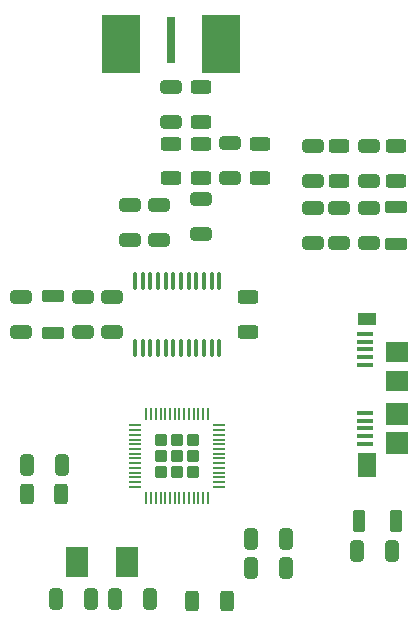
<source format=gbr>
%TF.GenerationSoftware,KiCad,Pcbnew,8.0.4*%
%TF.CreationDate,2024-09-14T20:21:27+07:00*%
%TF.ProjectId,FT600_RP2040,46543630-305f-4525-9032-3034302e6b69,rev?*%
%TF.SameCoordinates,PX7735940PY61c06a0*%
%TF.FileFunction,Paste,Top*%
%TF.FilePolarity,Positive*%
%FSLAX46Y46*%
G04 Gerber Fmt 4.6, Leading zero omitted, Abs format (unit mm)*
G04 Created by KiCad (PCBNEW 8.0.4) date 2024-09-14 20:21:27*
%MOMM*%
%LPD*%
G01*
G04 APERTURE LIST*
G04 Aperture macros list*
%AMRoundRect*
0 Rectangle with rounded corners*
0 $1 Rounding radius*
0 $2 $3 $4 $5 $6 $7 $8 $9 X,Y pos of 4 corners*
0 Add a 4 corners polygon primitive as box body*
4,1,4,$2,$3,$4,$5,$6,$7,$8,$9,$2,$3,0*
0 Add four circle primitives for the rounded corners*
1,1,$1+$1,$2,$3*
1,1,$1+$1,$4,$5*
1,1,$1+$1,$6,$7*
1,1,$1+$1,$8,$9*
0 Add four rect primitives between the rounded corners*
20,1,$1+$1,$2,$3,$4,$5,0*
20,1,$1+$1,$4,$5,$6,$7,0*
20,1,$1+$1,$6,$7,$8,$9,0*
20,1,$1+$1,$8,$9,$2,$3,0*%
G04 Aperture macros list end*
%ADD10RoundRect,0.250000X-0.285000X-0.285000X0.285000X-0.285000X0.285000X0.285000X-0.285000X0.285000X0*%
%ADD11RoundRect,0.050000X-0.450000X-0.050000X0.450000X-0.050000X0.450000X0.050000X-0.450000X0.050000X0*%
%ADD12RoundRect,0.050000X-0.050000X-0.450000X0.050000X-0.450000X0.050000X0.450000X-0.050000X0.450000X0*%
%ADD13RoundRect,0.250000X0.325000X0.650000X-0.325000X0.650000X-0.325000X-0.650000X0.325000X-0.650000X0*%
%ADD14R,1.350000X0.400000*%
%ADD15R,1.900000X1.900000*%
%ADD16R,1.900000X1.800000*%
%ADD17R,1.600000X1.000000*%
%ADD18R,1.600000X2.100000*%
%ADD19R,1.900000X2.600000*%
%ADD20RoundRect,0.250000X0.625000X-0.312500X0.625000X0.312500X-0.625000X0.312500X-0.625000X-0.312500X0*%
%ADD21RoundRect,0.250000X0.650000X-0.325000X0.650000X0.325000X-0.650000X0.325000X-0.650000X-0.325000X0*%
%ADD22R,0.700000X4.000000*%
%ADD23R,3.200000X4.900000*%
%ADD24RoundRect,0.250000X-0.275000X-0.700000X0.275000X-0.700000X0.275000X0.700000X-0.275000X0.700000X0*%
%ADD25RoundRect,0.250000X0.312500X0.625000X-0.312500X0.625000X-0.312500X-0.625000X0.312500X-0.625000X0*%
%ADD26RoundRect,0.250000X-0.325000X-0.650000X0.325000X-0.650000X0.325000X0.650000X-0.325000X0.650000X0*%
%ADD27RoundRect,0.100000X-0.100000X0.637500X-0.100000X-0.637500X0.100000X-0.637500X0.100000X0.637500X0*%
%ADD28RoundRect,0.250000X0.700000X-0.275000X0.700000X0.275000X-0.700000X0.275000X-0.700000X-0.275000X0*%
%ADD29RoundRect,0.250000X-0.625000X0.312500X-0.625000X-0.312500X0.625000X-0.312500X0.625000X0.312500X0*%
%ADD30RoundRect,0.250000X-0.650000X0.325000X-0.650000X-0.325000X0.650000X-0.325000X0.650000X0.325000X0*%
%ADD31RoundRect,0.250000X-0.700000X0.275000X-0.700000X-0.275000X0.700000X-0.275000X0.700000X0.275000X0*%
G04 APERTURE END LIST*
D10*
%TO.C,IC2*%
X63420000Y17580000D03*
X63420000Y16250000D03*
X63420000Y14920000D03*
X64750000Y17580000D03*
X64750000Y16250000D03*
X64750000Y14920000D03*
X66080000Y17580000D03*
X66080000Y16250000D03*
X66080000Y14920000D03*
D11*
X61200000Y18850000D03*
X61200000Y18450000D03*
X61200000Y18050000D03*
X61200000Y17650000D03*
X61200000Y17250000D03*
X61200000Y16850000D03*
X61200000Y16450000D03*
X61200000Y16050000D03*
X61200000Y15650000D03*
X61200000Y15250000D03*
X61200000Y14850000D03*
X61200000Y14450000D03*
X61200000Y14050000D03*
X61200000Y13650000D03*
D12*
X62150000Y12700000D03*
X62550000Y12700000D03*
X62950000Y12700000D03*
X63350000Y12700000D03*
X63750000Y12700000D03*
X64150000Y12700000D03*
X64550000Y12700000D03*
X64950000Y12700000D03*
X65350000Y12700000D03*
X65750000Y12700000D03*
X66150000Y12700000D03*
X66550000Y12700000D03*
X66950000Y12700000D03*
X67350000Y12700000D03*
D11*
X68300000Y13650000D03*
X68300000Y14050000D03*
X68300000Y14450000D03*
X68300000Y14850000D03*
X68300000Y15250000D03*
X68300000Y15650000D03*
X68300000Y16050000D03*
X68300000Y16450000D03*
X68300000Y16850000D03*
X68300000Y17250000D03*
X68300000Y17650000D03*
X68300000Y18050000D03*
X68300000Y18450000D03*
X68300000Y18850000D03*
D12*
X67350000Y19800000D03*
X66950000Y19800000D03*
X66550000Y19800000D03*
X66150000Y19800000D03*
X65750000Y19800000D03*
X65350000Y19800000D03*
X64950000Y19800000D03*
X64550000Y19800000D03*
X64150000Y19800000D03*
X63750000Y19800000D03*
X63350000Y19800000D03*
X62950000Y19800000D03*
X62550000Y19800000D03*
X62150000Y19800000D03*
%TD*%
D13*
%TO.C,C5*%
X54975000Y15500000D03*
X52025000Y15500000D03*
%TD*%
D14*
%TO.C,J8*%
X80675000Y17285000D03*
X80675000Y17935000D03*
X80675000Y18585000D03*
X80675000Y19235000D03*
X80675000Y19885000D03*
X80675000Y23985000D03*
X80675000Y24635000D03*
X80675000Y25285000D03*
X80675000Y25935000D03*
X80675000Y26585000D03*
D15*
X83350000Y17385000D03*
X83350000Y19785000D03*
D16*
X83350000Y22585000D03*
X83350000Y25085000D03*
D17*
X80800000Y27835000D03*
D18*
X80800000Y15485000D03*
%TD*%
D13*
%TO.C,C13*%
X57450000Y4125000D03*
X54500000Y4125000D03*
%TD*%
D19*
%TO.C,Y1*%
X56250000Y7300000D03*
X60550000Y7300000D03*
%TD*%
D20*
%TO.C,R1*%
X66750000Y44537500D03*
X66750000Y47462500D03*
%TD*%
%TO.C,R4*%
X66750000Y39787500D03*
X66750000Y42712500D03*
%TD*%
D21*
%TO.C,C9*%
X59250000Y26775000D03*
X59250000Y29725000D03*
%TD*%
%TO.C,C12*%
X60750000Y34525000D03*
X60750000Y37475000D03*
%TD*%
D22*
%TO.C,J7*%
X64250000Y51500000D03*
D23*
X68500000Y51175000D03*
X60000000Y51175000D03*
%TD*%
D20*
%TO.C,R7*%
X70750000Y26787500D03*
X70750000Y29712500D03*
%TD*%
D24*
%TO.C,FB1*%
X80175000Y10750000D03*
X83325000Y10750000D03*
%TD*%
D25*
%TO.C,R5*%
X68962500Y4000000D03*
X66037500Y4000000D03*
%TD*%
D21*
%TO.C,C10*%
X66750000Y35025000D03*
X66750000Y37975000D03*
%TD*%
D26*
%TO.C,C15*%
X59500000Y4125000D03*
X62450000Y4125000D03*
%TD*%
D21*
%TO.C,C11*%
X56750000Y26775000D03*
X56750000Y29725000D03*
%TD*%
D13*
%TO.C,C16*%
X73975000Y6750000D03*
X71025000Y6750000D03*
%TD*%
%TO.C,C18*%
X73975000Y9250000D03*
X71025000Y9250000D03*
%TD*%
D21*
%TO.C,C17*%
X63250000Y34525000D03*
X63250000Y37475000D03*
%TD*%
D27*
%TO.C,U4*%
X68325000Y31112500D03*
X67675000Y31112500D03*
X67025000Y31112500D03*
X66375000Y31112500D03*
X65725000Y31112500D03*
X65075000Y31112500D03*
X64425000Y31112500D03*
X63775000Y31112500D03*
X63125000Y31112500D03*
X62475000Y31112500D03*
X61825000Y31112500D03*
X61175000Y31112500D03*
X61175000Y25387500D03*
X61825000Y25387500D03*
X62475000Y25387500D03*
X63125000Y25387500D03*
X63775000Y25387500D03*
X64425000Y25387500D03*
X65075000Y25387500D03*
X65725000Y25387500D03*
X66375000Y25387500D03*
X67025000Y25387500D03*
X67675000Y25387500D03*
X68325000Y25387500D03*
%TD*%
D28*
%TO.C,FB3*%
X83250000Y34175000D03*
X83250000Y37325000D03*
%TD*%
D21*
%TO.C,C20*%
X81000000Y39525000D03*
X81000000Y42475000D03*
%TD*%
D29*
%TO.C,R8*%
X78500000Y42462500D03*
X78500000Y39537500D03*
%TD*%
D30*
%TO.C,C6*%
X78500000Y37225000D03*
X78500000Y34275000D03*
%TD*%
D21*
%TO.C,C14*%
X51500000Y26775000D03*
X51500000Y29725000D03*
%TD*%
D29*
%TO.C,R9*%
X83250000Y42462500D03*
X83250000Y39537500D03*
%TD*%
D25*
%TO.C,R6*%
X54962500Y13000000D03*
X52037500Y13000000D03*
%TD*%
D29*
%TO.C,R2*%
X64250000Y42712500D03*
X64250000Y39787500D03*
%TD*%
D30*
%TO.C,C1*%
X64250000Y47475000D03*
X64250000Y44525000D03*
%TD*%
D26*
%TO.C,C21*%
X80025000Y8250000D03*
X82975000Y8250000D03*
%TD*%
D31*
%TO.C,FB2*%
X54250000Y29825000D03*
X54250000Y26675000D03*
%TD*%
D30*
%TO.C,C8*%
X76250000Y37225000D03*
X76250000Y34275000D03*
%TD*%
D29*
%TO.C,R3*%
X71750000Y42712500D03*
X71750000Y39787500D03*
%TD*%
D21*
%TO.C,C19*%
X76250000Y39525000D03*
X76250000Y42475000D03*
%TD*%
%TO.C,C2*%
X69250000Y39775000D03*
X69250000Y42725000D03*
%TD*%
D30*
%TO.C,C7*%
X81000000Y37225000D03*
X81000000Y34275000D03*
%TD*%
M02*

</source>
